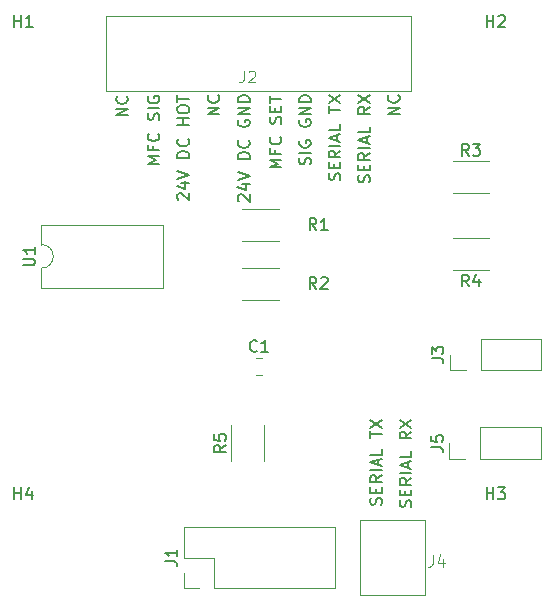
<source format=gbr>
%TF.GenerationSoftware,KiCad,Pcbnew,7.0.7*%
%TF.CreationDate,2024-02-22T12:37:55+00:00*%
%TF.ProjectId,massFlowControllerInterface_rev0,6d617373-466c-46f7-9743-6f6e74726f6c,rev?*%
%TF.SameCoordinates,Original*%
%TF.FileFunction,Legend,Top*%
%TF.FilePolarity,Positive*%
%FSLAX46Y46*%
G04 Gerber Fmt 4.6, Leading zero omitted, Abs format (unit mm)*
G04 Created by KiCad (PCBNEW 7.0.7) date 2024-02-22 12:37:55*
%MOMM*%
%LPD*%
G01*
G04 APERTURE LIST*
%ADD10C,0.150000*%
%ADD11C,0.100000*%
%ADD12C,0.120000*%
G04 APERTURE END LIST*
D10*
X36869819Y-8663220D02*
X35869819Y-8663220D01*
X35869819Y-8663220D02*
X36869819Y-8091792D01*
X36869819Y-8091792D02*
X35869819Y-8091792D01*
X36774580Y-7044173D02*
X36822200Y-7091792D01*
X36822200Y-7091792D02*
X36869819Y-7234649D01*
X36869819Y-7234649D02*
X36869819Y-7329887D01*
X36869819Y-7329887D02*
X36822200Y-7472744D01*
X36822200Y-7472744D02*
X36726961Y-7567982D01*
X36726961Y-7567982D02*
X36631723Y-7615601D01*
X36631723Y-7615601D02*
X36441247Y-7663220D01*
X36441247Y-7663220D02*
X36298390Y-7663220D01*
X36298390Y-7663220D02*
X36107914Y-7615601D01*
X36107914Y-7615601D02*
X36012676Y-7567982D01*
X36012676Y-7567982D02*
X35917438Y-7472744D01*
X35917438Y-7472744D02*
X35869819Y-7329887D01*
X35869819Y-7329887D02*
X35869819Y-7234649D01*
X35869819Y-7234649D02*
X35917438Y-7091792D01*
X35917438Y-7091792D02*
X35965057Y-7044173D01*
X21619819Y-8663220D02*
X20619819Y-8663220D01*
X20619819Y-8663220D02*
X21619819Y-8091792D01*
X21619819Y-8091792D02*
X20619819Y-8091792D01*
X21524580Y-7044173D02*
X21572200Y-7091792D01*
X21572200Y-7091792D02*
X21619819Y-7234649D01*
X21619819Y-7234649D02*
X21619819Y-7329887D01*
X21619819Y-7329887D02*
X21572200Y-7472744D01*
X21572200Y-7472744D02*
X21476961Y-7567982D01*
X21476961Y-7567982D02*
X21381723Y-7615601D01*
X21381723Y-7615601D02*
X21191247Y-7663220D01*
X21191247Y-7663220D02*
X21048390Y-7663220D01*
X21048390Y-7663220D02*
X20857914Y-7615601D01*
X20857914Y-7615601D02*
X20762676Y-7567982D01*
X20762676Y-7567982D02*
X20667438Y-7472744D01*
X20667438Y-7472744D02*
X20619819Y-7329887D01*
X20619819Y-7329887D02*
X20619819Y-7234649D01*
X20619819Y-7234649D02*
X20667438Y-7091792D01*
X20667438Y-7091792D02*
X20715057Y-7044173D01*
X34322200Y-14410839D02*
X34369819Y-14267982D01*
X34369819Y-14267982D02*
X34369819Y-14029887D01*
X34369819Y-14029887D02*
X34322200Y-13934649D01*
X34322200Y-13934649D02*
X34274580Y-13887030D01*
X34274580Y-13887030D02*
X34179342Y-13839411D01*
X34179342Y-13839411D02*
X34084104Y-13839411D01*
X34084104Y-13839411D02*
X33988866Y-13887030D01*
X33988866Y-13887030D02*
X33941247Y-13934649D01*
X33941247Y-13934649D02*
X33893628Y-14029887D01*
X33893628Y-14029887D02*
X33846009Y-14220363D01*
X33846009Y-14220363D02*
X33798390Y-14315601D01*
X33798390Y-14315601D02*
X33750771Y-14363220D01*
X33750771Y-14363220D02*
X33655533Y-14410839D01*
X33655533Y-14410839D02*
X33560295Y-14410839D01*
X33560295Y-14410839D02*
X33465057Y-14363220D01*
X33465057Y-14363220D02*
X33417438Y-14315601D01*
X33417438Y-14315601D02*
X33369819Y-14220363D01*
X33369819Y-14220363D02*
X33369819Y-13982268D01*
X33369819Y-13982268D02*
X33417438Y-13839411D01*
X33846009Y-13410839D02*
X33846009Y-13077506D01*
X34369819Y-12934649D02*
X34369819Y-13410839D01*
X34369819Y-13410839D02*
X33369819Y-13410839D01*
X33369819Y-13410839D02*
X33369819Y-12934649D01*
X34369819Y-11934649D02*
X33893628Y-12267982D01*
X34369819Y-12506077D02*
X33369819Y-12506077D01*
X33369819Y-12506077D02*
X33369819Y-12125125D01*
X33369819Y-12125125D02*
X33417438Y-12029887D01*
X33417438Y-12029887D02*
X33465057Y-11982268D01*
X33465057Y-11982268D02*
X33560295Y-11934649D01*
X33560295Y-11934649D02*
X33703152Y-11934649D01*
X33703152Y-11934649D02*
X33798390Y-11982268D01*
X33798390Y-11982268D02*
X33846009Y-12029887D01*
X33846009Y-12029887D02*
X33893628Y-12125125D01*
X33893628Y-12125125D02*
X33893628Y-12506077D01*
X34369819Y-11506077D02*
X33369819Y-11506077D01*
X34084104Y-11077506D02*
X34084104Y-10601316D01*
X34369819Y-11172744D02*
X33369819Y-10839411D01*
X33369819Y-10839411D02*
X34369819Y-10506078D01*
X34369819Y-9696554D02*
X34369819Y-10172744D01*
X34369819Y-10172744D02*
X33369819Y-10172744D01*
X34369819Y-8029887D02*
X33893628Y-8363220D01*
X34369819Y-8601315D02*
X33369819Y-8601315D01*
X33369819Y-8601315D02*
X33369819Y-8220363D01*
X33369819Y-8220363D02*
X33417438Y-8125125D01*
X33417438Y-8125125D02*
X33465057Y-8077506D01*
X33465057Y-8077506D02*
X33560295Y-8029887D01*
X33560295Y-8029887D02*
X33703152Y-8029887D01*
X33703152Y-8029887D02*
X33798390Y-8077506D01*
X33798390Y-8077506D02*
X33846009Y-8125125D01*
X33846009Y-8125125D02*
X33893628Y-8220363D01*
X33893628Y-8220363D02*
X33893628Y-8601315D01*
X33369819Y-7696553D02*
X34369819Y-7029887D01*
X33369819Y-7029887D02*
X34369819Y-7696553D01*
X37822200Y-41910839D02*
X37869819Y-41767982D01*
X37869819Y-41767982D02*
X37869819Y-41529887D01*
X37869819Y-41529887D02*
X37822200Y-41434649D01*
X37822200Y-41434649D02*
X37774580Y-41387030D01*
X37774580Y-41387030D02*
X37679342Y-41339411D01*
X37679342Y-41339411D02*
X37584104Y-41339411D01*
X37584104Y-41339411D02*
X37488866Y-41387030D01*
X37488866Y-41387030D02*
X37441247Y-41434649D01*
X37441247Y-41434649D02*
X37393628Y-41529887D01*
X37393628Y-41529887D02*
X37346009Y-41720363D01*
X37346009Y-41720363D02*
X37298390Y-41815601D01*
X37298390Y-41815601D02*
X37250771Y-41863220D01*
X37250771Y-41863220D02*
X37155533Y-41910839D01*
X37155533Y-41910839D02*
X37060295Y-41910839D01*
X37060295Y-41910839D02*
X36965057Y-41863220D01*
X36965057Y-41863220D02*
X36917438Y-41815601D01*
X36917438Y-41815601D02*
X36869819Y-41720363D01*
X36869819Y-41720363D02*
X36869819Y-41482268D01*
X36869819Y-41482268D02*
X36917438Y-41339411D01*
X37346009Y-40910839D02*
X37346009Y-40577506D01*
X37869819Y-40434649D02*
X37869819Y-40910839D01*
X37869819Y-40910839D02*
X36869819Y-40910839D01*
X36869819Y-40910839D02*
X36869819Y-40434649D01*
X37869819Y-39434649D02*
X37393628Y-39767982D01*
X37869819Y-40006077D02*
X36869819Y-40006077D01*
X36869819Y-40006077D02*
X36869819Y-39625125D01*
X36869819Y-39625125D02*
X36917438Y-39529887D01*
X36917438Y-39529887D02*
X36965057Y-39482268D01*
X36965057Y-39482268D02*
X37060295Y-39434649D01*
X37060295Y-39434649D02*
X37203152Y-39434649D01*
X37203152Y-39434649D02*
X37298390Y-39482268D01*
X37298390Y-39482268D02*
X37346009Y-39529887D01*
X37346009Y-39529887D02*
X37393628Y-39625125D01*
X37393628Y-39625125D02*
X37393628Y-40006077D01*
X37869819Y-39006077D02*
X36869819Y-39006077D01*
X37584104Y-38577506D02*
X37584104Y-38101316D01*
X37869819Y-38672744D02*
X36869819Y-38339411D01*
X36869819Y-38339411D02*
X37869819Y-38006078D01*
X37869819Y-37196554D02*
X37869819Y-37672744D01*
X37869819Y-37672744D02*
X36869819Y-37672744D01*
X37869819Y-35529887D02*
X37393628Y-35863220D01*
X37869819Y-36101315D02*
X36869819Y-36101315D01*
X36869819Y-36101315D02*
X36869819Y-35720363D01*
X36869819Y-35720363D02*
X36917438Y-35625125D01*
X36917438Y-35625125D02*
X36965057Y-35577506D01*
X36965057Y-35577506D02*
X37060295Y-35529887D01*
X37060295Y-35529887D02*
X37203152Y-35529887D01*
X37203152Y-35529887D02*
X37298390Y-35577506D01*
X37298390Y-35577506D02*
X37346009Y-35625125D01*
X37346009Y-35625125D02*
X37393628Y-35720363D01*
X37393628Y-35720363D02*
X37393628Y-36101315D01*
X36869819Y-35196553D02*
X37869819Y-34529887D01*
X36869819Y-34529887D02*
X37869819Y-35196553D01*
X18155057Y-15910839D02*
X18107438Y-15863220D01*
X18107438Y-15863220D02*
X18059819Y-15767982D01*
X18059819Y-15767982D02*
X18059819Y-15529887D01*
X18059819Y-15529887D02*
X18107438Y-15434649D01*
X18107438Y-15434649D02*
X18155057Y-15387030D01*
X18155057Y-15387030D02*
X18250295Y-15339411D01*
X18250295Y-15339411D02*
X18345533Y-15339411D01*
X18345533Y-15339411D02*
X18488390Y-15387030D01*
X18488390Y-15387030D02*
X19059819Y-15958458D01*
X19059819Y-15958458D02*
X19059819Y-15339411D01*
X18393152Y-14482268D02*
X19059819Y-14482268D01*
X18012200Y-14720363D02*
X18726485Y-14958458D01*
X18726485Y-14958458D02*
X18726485Y-14339411D01*
X18059819Y-14101315D02*
X19059819Y-13767982D01*
X19059819Y-13767982D02*
X18059819Y-13434649D01*
X19059819Y-12339410D02*
X18059819Y-12339410D01*
X18059819Y-12339410D02*
X18059819Y-12101315D01*
X18059819Y-12101315D02*
X18107438Y-11958458D01*
X18107438Y-11958458D02*
X18202676Y-11863220D01*
X18202676Y-11863220D02*
X18297914Y-11815601D01*
X18297914Y-11815601D02*
X18488390Y-11767982D01*
X18488390Y-11767982D02*
X18631247Y-11767982D01*
X18631247Y-11767982D02*
X18821723Y-11815601D01*
X18821723Y-11815601D02*
X18916961Y-11863220D01*
X18916961Y-11863220D02*
X19012200Y-11958458D01*
X19012200Y-11958458D02*
X19059819Y-12101315D01*
X19059819Y-12101315D02*
X19059819Y-12339410D01*
X18964580Y-10767982D02*
X19012200Y-10815601D01*
X19012200Y-10815601D02*
X19059819Y-10958458D01*
X19059819Y-10958458D02*
X19059819Y-11053696D01*
X19059819Y-11053696D02*
X19012200Y-11196553D01*
X19012200Y-11196553D02*
X18916961Y-11291791D01*
X18916961Y-11291791D02*
X18821723Y-11339410D01*
X18821723Y-11339410D02*
X18631247Y-11387029D01*
X18631247Y-11387029D02*
X18488390Y-11387029D01*
X18488390Y-11387029D02*
X18297914Y-11339410D01*
X18297914Y-11339410D02*
X18202676Y-11291791D01*
X18202676Y-11291791D02*
X18107438Y-11196553D01*
X18107438Y-11196553D02*
X18059819Y-11053696D01*
X18059819Y-11053696D02*
X18059819Y-10958458D01*
X18059819Y-10958458D02*
X18107438Y-10815601D01*
X18107438Y-10815601D02*
X18155057Y-10767982D01*
X19059819Y-9577505D02*
X18059819Y-9577505D01*
X18536009Y-9577505D02*
X18536009Y-9006077D01*
X19059819Y-9006077D02*
X18059819Y-9006077D01*
X18059819Y-8339410D02*
X18059819Y-8148934D01*
X18059819Y-8148934D02*
X18107438Y-8053696D01*
X18107438Y-8053696D02*
X18202676Y-7958458D01*
X18202676Y-7958458D02*
X18393152Y-7910839D01*
X18393152Y-7910839D02*
X18726485Y-7910839D01*
X18726485Y-7910839D02*
X18916961Y-7958458D01*
X18916961Y-7958458D02*
X19012200Y-8053696D01*
X19012200Y-8053696D02*
X19059819Y-8148934D01*
X19059819Y-8148934D02*
X19059819Y-8339410D01*
X19059819Y-8339410D02*
X19012200Y-8434648D01*
X19012200Y-8434648D02*
X18916961Y-8529886D01*
X18916961Y-8529886D02*
X18726485Y-8577505D01*
X18726485Y-8577505D02*
X18393152Y-8577505D01*
X18393152Y-8577505D02*
X18202676Y-8529886D01*
X18202676Y-8529886D02*
X18107438Y-8434648D01*
X18107438Y-8434648D02*
X18059819Y-8339410D01*
X18059819Y-7625124D02*
X18059819Y-7053696D01*
X19059819Y-7339410D02*
X18059819Y-7339410D01*
X31822200Y-14210839D02*
X31869819Y-14067982D01*
X31869819Y-14067982D02*
X31869819Y-13829887D01*
X31869819Y-13829887D02*
X31822200Y-13734649D01*
X31822200Y-13734649D02*
X31774580Y-13687030D01*
X31774580Y-13687030D02*
X31679342Y-13639411D01*
X31679342Y-13639411D02*
X31584104Y-13639411D01*
X31584104Y-13639411D02*
X31488866Y-13687030D01*
X31488866Y-13687030D02*
X31441247Y-13734649D01*
X31441247Y-13734649D02*
X31393628Y-13829887D01*
X31393628Y-13829887D02*
X31346009Y-14020363D01*
X31346009Y-14020363D02*
X31298390Y-14115601D01*
X31298390Y-14115601D02*
X31250771Y-14163220D01*
X31250771Y-14163220D02*
X31155533Y-14210839D01*
X31155533Y-14210839D02*
X31060295Y-14210839D01*
X31060295Y-14210839D02*
X30965057Y-14163220D01*
X30965057Y-14163220D02*
X30917438Y-14115601D01*
X30917438Y-14115601D02*
X30869819Y-14020363D01*
X30869819Y-14020363D02*
X30869819Y-13782268D01*
X30869819Y-13782268D02*
X30917438Y-13639411D01*
X31346009Y-13210839D02*
X31346009Y-12877506D01*
X31869819Y-12734649D02*
X31869819Y-13210839D01*
X31869819Y-13210839D02*
X30869819Y-13210839D01*
X30869819Y-13210839D02*
X30869819Y-12734649D01*
X31869819Y-11734649D02*
X31393628Y-12067982D01*
X31869819Y-12306077D02*
X30869819Y-12306077D01*
X30869819Y-12306077D02*
X30869819Y-11925125D01*
X30869819Y-11925125D02*
X30917438Y-11829887D01*
X30917438Y-11829887D02*
X30965057Y-11782268D01*
X30965057Y-11782268D02*
X31060295Y-11734649D01*
X31060295Y-11734649D02*
X31203152Y-11734649D01*
X31203152Y-11734649D02*
X31298390Y-11782268D01*
X31298390Y-11782268D02*
X31346009Y-11829887D01*
X31346009Y-11829887D02*
X31393628Y-11925125D01*
X31393628Y-11925125D02*
X31393628Y-12306077D01*
X31869819Y-11306077D02*
X30869819Y-11306077D01*
X31584104Y-10877506D02*
X31584104Y-10401316D01*
X31869819Y-10972744D02*
X30869819Y-10639411D01*
X30869819Y-10639411D02*
X31869819Y-10306078D01*
X31869819Y-9496554D02*
X31869819Y-9972744D01*
X31869819Y-9972744D02*
X30869819Y-9972744D01*
X30869819Y-8544172D02*
X30869819Y-7972744D01*
X31869819Y-8258458D02*
X30869819Y-8258458D01*
X30869819Y-7734648D02*
X31869819Y-7067982D01*
X30869819Y-7067982D02*
X31869819Y-7734648D01*
X26869819Y-13163220D02*
X25869819Y-13163220D01*
X25869819Y-13163220D02*
X26584104Y-12829887D01*
X26584104Y-12829887D02*
X25869819Y-12496554D01*
X25869819Y-12496554D02*
X26869819Y-12496554D01*
X26346009Y-11687030D02*
X26346009Y-12020363D01*
X26869819Y-12020363D02*
X25869819Y-12020363D01*
X25869819Y-12020363D02*
X25869819Y-11544173D01*
X26774580Y-10591792D02*
X26822200Y-10639411D01*
X26822200Y-10639411D02*
X26869819Y-10782268D01*
X26869819Y-10782268D02*
X26869819Y-10877506D01*
X26869819Y-10877506D02*
X26822200Y-11020363D01*
X26822200Y-11020363D02*
X26726961Y-11115601D01*
X26726961Y-11115601D02*
X26631723Y-11163220D01*
X26631723Y-11163220D02*
X26441247Y-11210839D01*
X26441247Y-11210839D02*
X26298390Y-11210839D01*
X26298390Y-11210839D02*
X26107914Y-11163220D01*
X26107914Y-11163220D02*
X26012676Y-11115601D01*
X26012676Y-11115601D02*
X25917438Y-11020363D01*
X25917438Y-11020363D02*
X25869819Y-10877506D01*
X25869819Y-10877506D02*
X25869819Y-10782268D01*
X25869819Y-10782268D02*
X25917438Y-10639411D01*
X25917438Y-10639411D02*
X25965057Y-10591792D01*
X26822200Y-9448934D02*
X26869819Y-9306077D01*
X26869819Y-9306077D02*
X26869819Y-9067982D01*
X26869819Y-9067982D02*
X26822200Y-8972744D01*
X26822200Y-8972744D02*
X26774580Y-8925125D01*
X26774580Y-8925125D02*
X26679342Y-8877506D01*
X26679342Y-8877506D02*
X26584104Y-8877506D01*
X26584104Y-8877506D02*
X26488866Y-8925125D01*
X26488866Y-8925125D02*
X26441247Y-8972744D01*
X26441247Y-8972744D02*
X26393628Y-9067982D01*
X26393628Y-9067982D02*
X26346009Y-9258458D01*
X26346009Y-9258458D02*
X26298390Y-9353696D01*
X26298390Y-9353696D02*
X26250771Y-9401315D01*
X26250771Y-9401315D02*
X26155533Y-9448934D01*
X26155533Y-9448934D02*
X26060295Y-9448934D01*
X26060295Y-9448934D02*
X25965057Y-9401315D01*
X25965057Y-9401315D02*
X25917438Y-9353696D01*
X25917438Y-9353696D02*
X25869819Y-9258458D01*
X25869819Y-9258458D02*
X25869819Y-9020363D01*
X25869819Y-9020363D02*
X25917438Y-8877506D01*
X26346009Y-8448934D02*
X26346009Y-8115601D01*
X26869819Y-7972744D02*
X26869819Y-8448934D01*
X26869819Y-8448934D02*
X25869819Y-8448934D01*
X25869819Y-8448934D02*
X25869819Y-7972744D01*
X25869819Y-7687029D02*
X25869819Y-7115601D01*
X26869819Y-7401315D02*
X25869819Y-7401315D01*
X35322200Y-41710839D02*
X35369819Y-41567982D01*
X35369819Y-41567982D02*
X35369819Y-41329887D01*
X35369819Y-41329887D02*
X35322200Y-41234649D01*
X35322200Y-41234649D02*
X35274580Y-41187030D01*
X35274580Y-41187030D02*
X35179342Y-41139411D01*
X35179342Y-41139411D02*
X35084104Y-41139411D01*
X35084104Y-41139411D02*
X34988866Y-41187030D01*
X34988866Y-41187030D02*
X34941247Y-41234649D01*
X34941247Y-41234649D02*
X34893628Y-41329887D01*
X34893628Y-41329887D02*
X34846009Y-41520363D01*
X34846009Y-41520363D02*
X34798390Y-41615601D01*
X34798390Y-41615601D02*
X34750771Y-41663220D01*
X34750771Y-41663220D02*
X34655533Y-41710839D01*
X34655533Y-41710839D02*
X34560295Y-41710839D01*
X34560295Y-41710839D02*
X34465057Y-41663220D01*
X34465057Y-41663220D02*
X34417438Y-41615601D01*
X34417438Y-41615601D02*
X34369819Y-41520363D01*
X34369819Y-41520363D02*
X34369819Y-41282268D01*
X34369819Y-41282268D02*
X34417438Y-41139411D01*
X34846009Y-40710839D02*
X34846009Y-40377506D01*
X35369819Y-40234649D02*
X35369819Y-40710839D01*
X35369819Y-40710839D02*
X34369819Y-40710839D01*
X34369819Y-40710839D02*
X34369819Y-40234649D01*
X35369819Y-39234649D02*
X34893628Y-39567982D01*
X35369819Y-39806077D02*
X34369819Y-39806077D01*
X34369819Y-39806077D02*
X34369819Y-39425125D01*
X34369819Y-39425125D02*
X34417438Y-39329887D01*
X34417438Y-39329887D02*
X34465057Y-39282268D01*
X34465057Y-39282268D02*
X34560295Y-39234649D01*
X34560295Y-39234649D02*
X34703152Y-39234649D01*
X34703152Y-39234649D02*
X34798390Y-39282268D01*
X34798390Y-39282268D02*
X34846009Y-39329887D01*
X34846009Y-39329887D02*
X34893628Y-39425125D01*
X34893628Y-39425125D02*
X34893628Y-39806077D01*
X35369819Y-38806077D02*
X34369819Y-38806077D01*
X35084104Y-38377506D02*
X35084104Y-37901316D01*
X35369819Y-38472744D02*
X34369819Y-38139411D01*
X34369819Y-38139411D02*
X35369819Y-37806078D01*
X35369819Y-36996554D02*
X35369819Y-37472744D01*
X35369819Y-37472744D02*
X34369819Y-37472744D01*
X34369819Y-36044172D02*
X34369819Y-35472744D01*
X35369819Y-35758458D02*
X34369819Y-35758458D01*
X34369819Y-35234648D02*
X35369819Y-34567982D01*
X34369819Y-34567982D02*
X35369819Y-35234648D01*
X29322200Y-12910839D02*
X29369819Y-12767982D01*
X29369819Y-12767982D02*
X29369819Y-12529887D01*
X29369819Y-12529887D02*
X29322200Y-12434649D01*
X29322200Y-12434649D02*
X29274580Y-12387030D01*
X29274580Y-12387030D02*
X29179342Y-12339411D01*
X29179342Y-12339411D02*
X29084104Y-12339411D01*
X29084104Y-12339411D02*
X28988866Y-12387030D01*
X28988866Y-12387030D02*
X28941247Y-12434649D01*
X28941247Y-12434649D02*
X28893628Y-12529887D01*
X28893628Y-12529887D02*
X28846009Y-12720363D01*
X28846009Y-12720363D02*
X28798390Y-12815601D01*
X28798390Y-12815601D02*
X28750771Y-12863220D01*
X28750771Y-12863220D02*
X28655533Y-12910839D01*
X28655533Y-12910839D02*
X28560295Y-12910839D01*
X28560295Y-12910839D02*
X28465057Y-12863220D01*
X28465057Y-12863220D02*
X28417438Y-12815601D01*
X28417438Y-12815601D02*
X28369819Y-12720363D01*
X28369819Y-12720363D02*
X28369819Y-12482268D01*
X28369819Y-12482268D02*
X28417438Y-12339411D01*
X29369819Y-11910839D02*
X28369819Y-11910839D01*
X28417438Y-10910840D02*
X28369819Y-11006078D01*
X28369819Y-11006078D02*
X28369819Y-11148935D01*
X28369819Y-11148935D02*
X28417438Y-11291792D01*
X28417438Y-11291792D02*
X28512676Y-11387030D01*
X28512676Y-11387030D02*
X28607914Y-11434649D01*
X28607914Y-11434649D02*
X28798390Y-11482268D01*
X28798390Y-11482268D02*
X28941247Y-11482268D01*
X28941247Y-11482268D02*
X29131723Y-11434649D01*
X29131723Y-11434649D02*
X29226961Y-11387030D01*
X29226961Y-11387030D02*
X29322200Y-11291792D01*
X29322200Y-11291792D02*
X29369819Y-11148935D01*
X29369819Y-11148935D02*
X29369819Y-11053697D01*
X29369819Y-11053697D02*
X29322200Y-10910840D01*
X29322200Y-10910840D02*
X29274580Y-10863221D01*
X29274580Y-10863221D02*
X28941247Y-10863221D01*
X28941247Y-10863221D02*
X28941247Y-11053697D01*
X28417438Y-9148935D02*
X28369819Y-9244173D01*
X28369819Y-9244173D02*
X28369819Y-9387030D01*
X28369819Y-9387030D02*
X28417438Y-9529887D01*
X28417438Y-9529887D02*
X28512676Y-9625125D01*
X28512676Y-9625125D02*
X28607914Y-9672744D01*
X28607914Y-9672744D02*
X28798390Y-9720363D01*
X28798390Y-9720363D02*
X28941247Y-9720363D01*
X28941247Y-9720363D02*
X29131723Y-9672744D01*
X29131723Y-9672744D02*
X29226961Y-9625125D01*
X29226961Y-9625125D02*
X29322200Y-9529887D01*
X29322200Y-9529887D02*
X29369819Y-9387030D01*
X29369819Y-9387030D02*
X29369819Y-9291792D01*
X29369819Y-9291792D02*
X29322200Y-9148935D01*
X29322200Y-9148935D02*
X29274580Y-9101316D01*
X29274580Y-9101316D02*
X28941247Y-9101316D01*
X28941247Y-9101316D02*
X28941247Y-9291792D01*
X29369819Y-8672744D02*
X28369819Y-8672744D01*
X28369819Y-8672744D02*
X29369819Y-8101316D01*
X29369819Y-8101316D02*
X28369819Y-8101316D01*
X29369819Y-7625125D02*
X28369819Y-7625125D01*
X28369819Y-7625125D02*
X28369819Y-7387030D01*
X28369819Y-7387030D02*
X28417438Y-7244173D01*
X28417438Y-7244173D02*
X28512676Y-7148935D01*
X28512676Y-7148935D02*
X28607914Y-7101316D01*
X28607914Y-7101316D02*
X28798390Y-7053697D01*
X28798390Y-7053697D02*
X28941247Y-7053697D01*
X28941247Y-7053697D02*
X29131723Y-7101316D01*
X29131723Y-7101316D02*
X29226961Y-7148935D01*
X29226961Y-7148935D02*
X29322200Y-7244173D01*
X29322200Y-7244173D02*
X29369819Y-7387030D01*
X29369819Y-7387030D02*
X29369819Y-7625125D01*
X23275057Y-16010839D02*
X23227438Y-15963220D01*
X23227438Y-15963220D02*
X23179819Y-15867982D01*
X23179819Y-15867982D02*
X23179819Y-15629887D01*
X23179819Y-15629887D02*
X23227438Y-15534649D01*
X23227438Y-15534649D02*
X23275057Y-15487030D01*
X23275057Y-15487030D02*
X23370295Y-15439411D01*
X23370295Y-15439411D02*
X23465533Y-15439411D01*
X23465533Y-15439411D02*
X23608390Y-15487030D01*
X23608390Y-15487030D02*
X24179819Y-16058458D01*
X24179819Y-16058458D02*
X24179819Y-15439411D01*
X23513152Y-14582268D02*
X24179819Y-14582268D01*
X23132200Y-14820363D02*
X23846485Y-15058458D01*
X23846485Y-15058458D02*
X23846485Y-14439411D01*
X23179819Y-14201315D02*
X24179819Y-13867982D01*
X24179819Y-13867982D02*
X23179819Y-13534649D01*
X24179819Y-12439410D02*
X23179819Y-12439410D01*
X23179819Y-12439410D02*
X23179819Y-12201315D01*
X23179819Y-12201315D02*
X23227438Y-12058458D01*
X23227438Y-12058458D02*
X23322676Y-11963220D01*
X23322676Y-11963220D02*
X23417914Y-11915601D01*
X23417914Y-11915601D02*
X23608390Y-11867982D01*
X23608390Y-11867982D02*
X23751247Y-11867982D01*
X23751247Y-11867982D02*
X23941723Y-11915601D01*
X23941723Y-11915601D02*
X24036961Y-11963220D01*
X24036961Y-11963220D02*
X24132200Y-12058458D01*
X24132200Y-12058458D02*
X24179819Y-12201315D01*
X24179819Y-12201315D02*
X24179819Y-12439410D01*
X24084580Y-10867982D02*
X24132200Y-10915601D01*
X24132200Y-10915601D02*
X24179819Y-11058458D01*
X24179819Y-11058458D02*
X24179819Y-11153696D01*
X24179819Y-11153696D02*
X24132200Y-11296553D01*
X24132200Y-11296553D02*
X24036961Y-11391791D01*
X24036961Y-11391791D02*
X23941723Y-11439410D01*
X23941723Y-11439410D02*
X23751247Y-11487029D01*
X23751247Y-11487029D02*
X23608390Y-11487029D01*
X23608390Y-11487029D02*
X23417914Y-11439410D01*
X23417914Y-11439410D02*
X23322676Y-11391791D01*
X23322676Y-11391791D02*
X23227438Y-11296553D01*
X23227438Y-11296553D02*
X23179819Y-11153696D01*
X23179819Y-11153696D02*
X23179819Y-11058458D01*
X23179819Y-11058458D02*
X23227438Y-10915601D01*
X23227438Y-10915601D02*
X23275057Y-10867982D01*
X23227438Y-9153696D02*
X23179819Y-9248934D01*
X23179819Y-9248934D02*
X23179819Y-9391791D01*
X23179819Y-9391791D02*
X23227438Y-9534648D01*
X23227438Y-9534648D02*
X23322676Y-9629886D01*
X23322676Y-9629886D02*
X23417914Y-9677505D01*
X23417914Y-9677505D02*
X23608390Y-9725124D01*
X23608390Y-9725124D02*
X23751247Y-9725124D01*
X23751247Y-9725124D02*
X23941723Y-9677505D01*
X23941723Y-9677505D02*
X24036961Y-9629886D01*
X24036961Y-9629886D02*
X24132200Y-9534648D01*
X24132200Y-9534648D02*
X24179819Y-9391791D01*
X24179819Y-9391791D02*
X24179819Y-9296553D01*
X24179819Y-9296553D02*
X24132200Y-9153696D01*
X24132200Y-9153696D02*
X24084580Y-9106077D01*
X24084580Y-9106077D02*
X23751247Y-9106077D01*
X23751247Y-9106077D02*
X23751247Y-9296553D01*
X24179819Y-8677505D02*
X23179819Y-8677505D01*
X23179819Y-8677505D02*
X24179819Y-8106077D01*
X24179819Y-8106077D02*
X23179819Y-8106077D01*
X24179819Y-7629886D02*
X23179819Y-7629886D01*
X23179819Y-7629886D02*
X23179819Y-7391791D01*
X23179819Y-7391791D02*
X23227438Y-7248934D01*
X23227438Y-7248934D02*
X23322676Y-7153696D01*
X23322676Y-7153696D02*
X23417914Y-7106077D01*
X23417914Y-7106077D02*
X23608390Y-7058458D01*
X23608390Y-7058458D02*
X23751247Y-7058458D01*
X23751247Y-7058458D02*
X23941723Y-7106077D01*
X23941723Y-7106077D02*
X24036961Y-7153696D01*
X24036961Y-7153696D02*
X24132200Y-7248934D01*
X24132200Y-7248934D02*
X24179819Y-7391791D01*
X24179819Y-7391791D02*
X24179819Y-7629886D01*
X13869819Y-8763220D02*
X12869819Y-8763220D01*
X12869819Y-8763220D02*
X13869819Y-8191792D01*
X13869819Y-8191792D02*
X12869819Y-8191792D01*
X13774580Y-7144173D02*
X13822200Y-7191792D01*
X13822200Y-7191792D02*
X13869819Y-7334649D01*
X13869819Y-7334649D02*
X13869819Y-7429887D01*
X13869819Y-7429887D02*
X13822200Y-7572744D01*
X13822200Y-7572744D02*
X13726961Y-7667982D01*
X13726961Y-7667982D02*
X13631723Y-7715601D01*
X13631723Y-7715601D02*
X13441247Y-7763220D01*
X13441247Y-7763220D02*
X13298390Y-7763220D01*
X13298390Y-7763220D02*
X13107914Y-7715601D01*
X13107914Y-7715601D02*
X13012676Y-7667982D01*
X13012676Y-7667982D02*
X12917438Y-7572744D01*
X12917438Y-7572744D02*
X12869819Y-7429887D01*
X12869819Y-7429887D02*
X12869819Y-7334649D01*
X12869819Y-7334649D02*
X12917438Y-7191792D01*
X12917438Y-7191792D02*
X12965057Y-7144173D01*
X16539819Y-12863220D02*
X15539819Y-12863220D01*
X15539819Y-12863220D02*
X16254104Y-12529887D01*
X16254104Y-12529887D02*
X15539819Y-12196554D01*
X15539819Y-12196554D02*
X16539819Y-12196554D01*
X16016009Y-11387030D02*
X16016009Y-11720363D01*
X16539819Y-11720363D02*
X15539819Y-11720363D01*
X15539819Y-11720363D02*
X15539819Y-11244173D01*
X16444580Y-10291792D02*
X16492200Y-10339411D01*
X16492200Y-10339411D02*
X16539819Y-10482268D01*
X16539819Y-10482268D02*
X16539819Y-10577506D01*
X16539819Y-10577506D02*
X16492200Y-10720363D01*
X16492200Y-10720363D02*
X16396961Y-10815601D01*
X16396961Y-10815601D02*
X16301723Y-10863220D01*
X16301723Y-10863220D02*
X16111247Y-10910839D01*
X16111247Y-10910839D02*
X15968390Y-10910839D01*
X15968390Y-10910839D02*
X15777914Y-10863220D01*
X15777914Y-10863220D02*
X15682676Y-10815601D01*
X15682676Y-10815601D02*
X15587438Y-10720363D01*
X15587438Y-10720363D02*
X15539819Y-10577506D01*
X15539819Y-10577506D02*
X15539819Y-10482268D01*
X15539819Y-10482268D02*
X15587438Y-10339411D01*
X15587438Y-10339411D02*
X15635057Y-10291792D01*
X16492200Y-9148934D02*
X16539819Y-9006077D01*
X16539819Y-9006077D02*
X16539819Y-8767982D01*
X16539819Y-8767982D02*
X16492200Y-8672744D01*
X16492200Y-8672744D02*
X16444580Y-8625125D01*
X16444580Y-8625125D02*
X16349342Y-8577506D01*
X16349342Y-8577506D02*
X16254104Y-8577506D01*
X16254104Y-8577506D02*
X16158866Y-8625125D01*
X16158866Y-8625125D02*
X16111247Y-8672744D01*
X16111247Y-8672744D02*
X16063628Y-8767982D01*
X16063628Y-8767982D02*
X16016009Y-8958458D01*
X16016009Y-8958458D02*
X15968390Y-9053696D01*
X15968390Y-9053696D02*
X15920771Y-9101315D01*
X15920771Y-9101315D02*
X15825533Y-9148934D01*
X15825533Y-9148934D02*
X15730295Y-9148934D01*
X15730295Y-9148934D02*
X15635057Y-9101315D01*
X15635057Y-9101315D02*
X15587438Y-9053696D01*
X15587438Y-9053696D02*
X15539819Y-8958458D01*
X15539819Y-8958458D02*
X15539819Y-8720363D01*
X15539819Y-8720363D02*
X15587438Y-8577506D01*
X16539819Y-8148934D02*
X15539819Y-8148934D01*
X15587438Y-7148935D02*
X15539819Y-7244173D01*
X15539819Y-7244173D02*
X15539819Y-7387030D01*
X15539819Y-7387030D02*
X15587438Y-7529887D01*
X15587438Y-7529887D02*
X15682676Y-7625125D01*
X15682676Y-7625125D02*
X15777914Y-7672744D01*
X15777914Y-7672744D02*
X15968390Y-7720363D01*
X15968390Y-7720363D02*
X16111247Y-7720363D01*
X16111247Y-7720363D02*
X16301723Y-7672744D01*
X16301723Y-7672744D02*
X16396961Y-7625125D01*
X16396961Y-7625125D02*
X16492200Y-7529887D01*
X16492200Y-7529887D02*
X16539819Y-7387030D01*
X16539819Y-7387030D02*
X16539819Y-7291792D01*
X16539819Y-7291792D02*
X16492200Y-7148935D01*
X16492200Y-7148935D02*
X16444580Y-7101316D01*
X16444580Y-7101316D02*
X16111247Y-7101316D01*
X16111247Y-7101316D02*
X16111247Y-7291792D01*
D11*
X23666666Y-4957419D02*
X23666666Y-5671704D01*
X23666666Y-5671704D02*
X23619047Y-5814561D01*
X23619047Y-5814561D02*
X23523809Y-5909800D01*
X23523809Y-5909800D02*
X23380952Y-5957419D01*
X23380952Y-5957419D02*
X23285714Y-5957419D01*
X24095238Y-5052657D02*
X24142857Y-5005038D01*
X24142857Y-5005038D02*
X24238095Y-4957419D01*
X24238095Y-4957419D02*
X24476190Y-4957419D01*
X24476190Y-4957419D02*
X24571428Y-5005038D01*
X24571428Y-5005038D02*
X24619047Y-5052657D01*
X24619047Y-5052657D02*
X24666666Y-5147895D01*
X24666666Y-5147895D02*
X24666666Y-5243133D01*
X24666666Y-5243133D02*
X24619047Y-5385990D01*
X24619047Y-5385990D02*
X24047619Y-5957419D01*
X24047619Y-5957419D02*
X24666666Y-5957419D01*
X39666666Y-45957419D02*
X39666666Y-46671704D01*
X39666666Y-46671704D02*
X39619047Y-46814561D01*
X39619047Y-46814561D02*
X39523809Y-46909800D01*
X39523809Y-46909800D02*
X39380952Y-46957419D01*
X39380952Y-46957419D02*
X39285714Y-46957419D01*
X40571428Y-46290752D02*
X40571428Y-46957419D01*
X40333333Y-45909800D02*
X40095238Y-46624085D01*
X40095238Y-46624085D02*
X40714285Y-46624085D01*
D10*
X42733333Y-12174819D02*
X42400000Y-11698628D01*
X42161905Y-12174819D02*
X42161905Y-11174819D01*
X42161905Y-11174819D02*
X42542857Y-11174819D01*
X42542857Y-11174819D02*
X42638095Y-11222438D01*
X42638095Y-11222438D02*
X42685714Y-11270057D01*
X42685714Y-11270057D02*
X42733333Y-11365295D01*
X42733333Y-11365295D02*
X42733333Y-11508152D01*
X42733333Y-11508152D02*
X42685714Y-11603390D01*
X42685714Y-11603390D02*
X42638095Y-11651009D01*
X42638095Y-11651009D02*
X42542857Y-11698628D01*
X42542857Y-11698628D02*
X42161905Y-11698628D01*
X43066667Y-11174819D02*
X43685714Y-11174819D01*
X43685714Y-11174819D02*
X43352381Y-11555771D01*
X43352381Y-11555771D02*
X43495238Y-11555771D01*
X43495238Y-11555771D02*
X43590476Y-11603390D01*
X43590476Y-11603390D02*
X43638095Y-11651009D01*
X43638095Y-11651009D02*
X43685714Y-11746247D01*
X43685714Y-11746247D02*
X43685714Y-11984342D01*
X43685714Y-11984342D02*
X43638095Y-12079580D01*
X43638095Y-12079580D02*
X43590476Y-12127200D01*
X43590476Y-12127200D02*
X43495238Y-12174819D01*
X43495238Y-12174819D02*
X43209524Y-12174819D01*
X43209524Y-12174819D02*
X43114286Y-12127200D01*
X43114286Y-12127200D02*
X43066667Y-12079580D01*
X5004819Y-21451904D02*
X5814342Y-21451904D01*
X5814342Y-21451904D02*
X5909580Y-21404285D01*
X5909580Y-21404285D02*
X5957200Y-21356666D01*
X5957200Y-21356666D02*
X6004819Y-21261428D01*
X6004819Y-21261428D02*
X6004819Y-21070952D01*
X6004819Y-21070952D02*
X5957200Y-20975714D01*
X5957200Y-20975714D02*
X5909580Y-20928095D01*
X5909580Y-20928095D02*
X5814342Y-20880476D01*
X5814342Y-20880476D02*
X5004819Y-20880476D01*
X6004819Y-19880476D02*
X6004819Y-20451904D01*
X6004819Y-20166190D02*
X5004819Y-20166190D01*
X5004819Y-20166190D02*
X5147676Y-20261428D01*
X5147676Y-20261428D02*
X5242914Y-20356666D01*
X5242914Y-20356666D02*
X5290533Y-20451904D01*
X17044819Y-46523333D02*
X17759104Y-46523333D01*
X17759104Y-46523333D02*
X17901961Y-46570952D01*
X17901961Y-46570952D02*
X17997200Y-46666190D01*
X17997200Y-46666190D02*
X18044819Y-46809047D01*
X18044819Y-46809047D02*
X18044819Y-46904285D01*
X18044819Y-45523333D02*
X18044819Y-46094761D01*
X18044819Y-45809047D02*
X17044819Y-45809047D01*
X17044819Y-45809047D02*
X17187676Y-45904285D01*
X17187676Y-45904285D02*
X17282914Y-45999523D01*
X17282914Y-45999523D02*
X17330533Y-46094761D01*
X4238095Y-41254819D02*
X4238095Y-40254819D01*
X4238095Y-40731009D02*
X4809523Y-40731009D01*
X4809523Y-41254819D02*
X4809523Y-40254819D01*
X5714285Y-40588152D02*
X5714285Y-41254819D01*
X5476190Y-40207200D02*
X5238095Y-40921485D01*
X5238095Y-40921485D02*
X5857142Y-40921485D01*
X39584819Y-29333333D02*
X40299104Y-29333333D01*
X40299104Y-29333333D02*
X40441961Y-29380952D01*
X40441961Y-29380952D02*
X40537200Y-29476190D01*
X40537200Y-29476190D02*
X40584819Y-29619047D01*
X40584819Y-29619047D02*
X40584819Y-29714285D01*
X39584819Y-28952380D02*
X39584819Y-28333333D01*
X39584819Y-28333333D02*
X39965771Y-28666666D01*
X39965771Y-28666666D02*
X39965771Y-28523809D01*
X39965771Y-28523809D02*
X40013390Y-28428571D01*
X40013390Y-28428571D02*
X40061009Y-28380952D01*
X40061009Y-28380952D02*
X40156247Y-28333333D01*
X40156247Y-28333333D02*
X40394342Y-28333333D01*
X40394342Y-28333333D02*
X40489580Y-28380952D01*
X40489580Y-28380952D02*
X40537200Y-28428571D01*
X40537200Y-28428571D02*
X40584819Y-28523809D01*
X40584819Y-28523809D02*
X40584819Y-28809523D01*
X40584819Y-28809523D02*
X40537200Y-28904761D01*
X40537200Y-28904761D02*
X40489580Y-28952380D01*
X29833333Y-18454819D02*
X29500000Y-17978628D01*
X29261905Y-18454819D02*
X29261905Y-17454819D01*
X29261905Y-17454819D02*
X29642857Y-17454819D01*
X29642857Y-17454819D02*
X29738095Y-17502438D01*
X29738095Y-17502438D02*
X29785714Y-17550057D01*
X29785714Y-17550057D02*
X29833333Y-17645295D01*
X29833333Y-17645295D02*
X29833333Y-17788152D01*
X29833333Y-17788152D02*
X29785714Y-17883390D01*
X29785714Y-17883390D02*
X29738095Y-17931009D01*
X29738095Y-17931009D02*
X29642857Y-17978628D01*
X29642857Y-17978628D02*
X29261905Y-17978628D01*
X30785714Y-18454819D02*
X30214286Y-18454819D01*
X30500000Y-18454819D02*
X30500000Y-17454819D01*
X30500000Y-17454819D02*
X30404762Y-17597676D01*
X30404762Y-17597676D02*
X30309524Y-17692914D01*
X30309524Y-17692914D02*
X30214286Y-17740533D01*
X29833333Y-23454819D02*
X29500000Y-22978628D01*
X29261905Y-23454819D02*
X29261905Y-22454819D01*
X29261905Y-22454819D02*
X29642857Y-22454819D01*
X29642857Y-22454819D02*
X29738095Y-22502438D01*
X29738095Y-22502438D02*
X29785714Y-22550057D01*
X29785714Y-22550057D02*
X29833333Y-22645295D01*
X29833333Y-22645295D02*
X29833333Y-22788152D01*
X29833333Y-22788152D02*
X29785714Y-22883390D01*
X29785714Y-22883390D02*
X29738095Y-22931009D01*
X29738095Y-22931009D02*
X29642857Y-22978628D01*
X29642857Y-22978628D02*
X29261905Y-22978628D01*
X30214286Y-22550057D02*
X30261905Y-22502438D01*
X30261905Y-22502438D02*
X30357143Y-22454819D01*
X30357143Y-22454819D02*
X30595238Y-22454819D01*
X30595238Y-22454819D02*
X30690476Y-22502438D01*
X30690476Y-22502438D02*
X30738095Y-22550057D01*
X30738095Y-22550057D02*
X30785714Y-22645295D01*
X30785714Y-22645295D02*
X30785714Y-22740533D01*
X30785714Y-22740533D02*
X30738095Y-22883390D01*
X30738095Y-22883390D02*
X30166667Y-23454819D01*
X30166667Y-23454819D02*
X30785714Y-23454819D01*
X42733333Y-23234819D02*
X42400000Y-22758628D01*
X42161905Y-23234819D02*
X42161905Y-22234819D01*
X42161905Y-22234819D02*
X42542857Y-22234819D01*
X42542857Y-22234819D02*
X42638095Y-22282438D01*
X42638095Y-22282438D02*
X42685714Y-22330057D01*
X42685714Y-22330057D02*
X42733333Y-22425295D01*
X42733333Y-22425295D02*
X42733333Y-22568152D01*
X42733333Y-22568152D02*
X42685714Y-22663390D01*
X42685714Y-22663390D02*
X42638095Y-22711009D01*
X42638095Y-22711009D02*
X42542857Y-22758628D01*
X42542857Y-22758628D02*
X42161905Y-22758628D01*
X43590476Y-22568152D02*
X43590476Y-23234819D01*
X43352381Y-22187200D02*
X43114286Y-22901485D01*
X43114286Y-22901485D02*
X43733333Y-22901485D01*
X24795833Y-28679580D02*
X24748214Y-28727200D01*
X24748214Y-28727200D02*
X24605357Y-28774819D01*
X24605357Y-28774819D02*
X24510119Y-28774819D01*
X24510119Y-28774819D02*
X24367262Y-28727200D01*
X24367262Y-28727200D02*
X24272024Y-28631961D01*
X24272024Y-28631961D02*
X24224405Y-28536723D01*
X24224405Y-28536723D02*
X24176786Y-28346247D01*
X24176786Y-28346247D02*
X24176786Y-28203390D01*
X24176786Y-28203390D02*
X24224405Y-28012914D01*
X24224405Y-28012914D02*
X24272024Y-27917676D01*
X24272024Y-27917676D02*
X24367262Y-27822438D01*
X24367262Y-27822438D02*
X24510119Y-27774819D01*
X24510119Y-27774819D02*
X24605357Y-27774819D01*
X24605357Y-27774819D02*
X24748214Y-27822438D01*
X24748214Y-27822438D02*
X24795833Y-27870057D01*
X25748214Y-28774819D02*
X25176786Y-28774819D01*
X25462500Y-28774819D02*
X25462500Y-27774819D01*
X25462500Y-27774819D02*
X25367262Y-27917676D01*
X25367262Y-27917676D02*
X25272024Y-28012914D01*
X25272024Y-28012914D02*
X25176786Y-28060533D01*
X4238095Y-1254819D02*
X4238095Y-254819D01*
X4238095Y-731009D02*
X4809523Y-731009D01*
X4809523Y-1254819D02*
X4809523Y-254819D01*
X5809523Y-1254819D02*
X5238095Y-1254819D01*
X5523809Y-1254819D02*
X5523809Y-254819D01*
X5523809Y-254819D02*
X5428571Y-397676D01*
X5428571Y-397676D02*
X5333333Y-492914D01*
X5333333Y-492914D02*
X5238095Y-540533D01*
X22174819Y-36666666D02*
X21698628Y-36999999D01*
X22174819Y-37238094D02*
X21174819Y-37238094D01*
X21174819Y-37238094D02*
X21174819Y-36857142D01*
X21174819Y-36857142D02*
X21222438Y-36761904D01*
X21222438Y-36761904D02*
X21270057Y-36714285D01*
X21270057Y-36714285D02*
X21365295Y-36666666D01*
X21365295Y-36666666D02*
X21508152Y-36666666D01*
X21508152Y-36666666D02*
X21603390Y-36714285D01*
X21603390Y-36714285D02*
X21651009Y-36761904D01*
X21651009Y-36761904D02*
X21698628Y-36857142D01*
X21698628Y-36857142D02*
X21698628Y-37238094D01*
X21174819Y-35761904D02*
X21174819Y-36238094D01*
X21174819Y-36238094D02*
X21651009Y-36285713D01*
X21651009Y-36285713D02*
X21603390Y-36238094D01*
X21603390Y-36238094D02*
X21555771Y-36142856D01*
X21555771Y-36142856D02*
X21555771Y-35904761D01*
X21555771Y-35904761D02*
X21603390Y-35809523D01*
X21603390Y-35809523D02*
X21651009Y-35761904D01*
X21651009Y-35761904D02*
X21746247Y-35714285D01*
X21746247Y-35714285D02*
X21984342Y-35714285D01*
X21984342Y-35714285D02*
X22079580Y-35761904D01*
X22079580Y-35761904D02*
X22127200Y-35809523D01*
X22127200Y-35809523D02*
X22174819Y-35904761D01*
X22174819Y-35904761D02*
X22174819Y-36142856D01*
X22174819Y-36142856D02*
X22127200Y-36238094D01*
X22127200Y-36238094D02*
X22079580Y-36285713D01*
X44238095Y-1254819D02*
X44238095Y-254819D01*
X44238095Y-731009D02*
X44809523Y-731009D01*
X44809523Y-1254819D02*
X44809523Y-254819D01*
X45238095Y-350057D02*
X45285714Y-302438D01*
X45285714Y-302438D02*
X45380952Y-254819D01*
X45380952Y-254819D02*
X45619047Y-254819D01*
X45619047Y-254819D02*
X45714285Y-302438D01*
X45714285Y-302438D02*
X45761904Y-350057D01*
X45761904Y-350057D02*
X45809523Y-445295D01*
X45809523Y-445295D02*
X45809523Y-540533D01*
X45809523Y-540533D02*
X45761904Y-683390D01*
X45761904Y-683390D02*
X45190476Y-1254819D01*
X45190476Y-1254819D02*
X45809523Y-1254819D01*
X39544819Y-36833333D02*
X40259104Y-36833333D01*
X40259104Y-36833333D02*
X40401961Y-36880952D01*
X40401961Y-36880952D02*
X40497200Y-36976190D01*
X40497200Y-36976190D02*
X40544819Y-37119047D01*
X40544819Y-37119047D02*
X40544819Y-37214285D01*
X39544819Y-35880952D02*
X39544819Y-36357142D01*
X39544819Y-36357142D02*
X40021009Y-36404761D01*
X40021009Y-36404761D02*
X39973390Y-36357142D01*
X39973390Y-36357142D02*
X39925771Y-36261904D01*
X39925771Y-36261904D02*
X39925771Y-36023809D01*
X39925771Y-36023809D02*
X39973390Y-35928571D01*
X39973390Y-35928571D02*
X40021009Y-35880952D01*
X40021009Y-35880952D02*
X40116247Y-35833333D01*
X40116247Y-35833333D02*
X40354342Y-35833333D01*
X40354342Y-35833333D02*
X40449580Y-35880952D01*
X40449580Y-35880952D02*
X40497200Y-35928571D01*
X40497200Y-35928571D02*
X40544819Y-36023809D01*
X40544819Y-36023809D02*
X40544819Y-36261904D01*
X40544819Y-36261904D02*
X40497200Y-36357142D01*
X40497200Y-36357142D02*
X40449580Y-36404761D01*
X44238095Y-41254819D02*
X44238095Y-40254819D01*
X44238095Y-40731009D02*
X44809523Y-40731009D01*
X44809523Y-41254819D02*
X44809523Y-40254819D01*
X45190476Y-40254819D02*
X45809523Y-40254819D01*
X45809523Y-40254819D02*
X45476190Y-40635771D01*
X45476190Y-40635771D02*
X45619047Y-40635771D01*
X45619047Y-40635771D02*
X45714285Y-40683390D01*
X45714285Y-40683390D02*
X45761904Y-40731009D01*
X45761904Y-40731009D02*
X45809523Y-40826247D01*
X45809523Y-40826247D02*
X45809523Y-41064342D01*
X45809523Y-41064342D02*
X45761904Y-41159580D01*
X45761904Y-41159580D02*
X45714285Y-41207200D01*
X45714285Y-41207200D02*
X45619047Y-41254819D01*
X45619047Y-41254819D02*
X45333333Y-41254819D01*
X45333333Y-41254819D02*
X45238095Y-41207200D01*
X45238095Y-41207200D02*
X45190476Y-41159580D01*
D11*
%TO.C,J2*%
X12000000Y-360000D02*
X37880000Y-360000D01*
X37880000Y-360000D02*
X37880000Y-6660000D01*
X37880000Y-6660000D02*
X12000000Y-6660000D01*
X12000000Y-6660000D02*
X12000000Y-360000D01*
%TO.C,J4*%
X33490000Y-43050000D02*
X39050000Y-43050000D01*
X39050000Y-43050000D02*
X39050000Y-49350000D01*
X39050000Y-49350000D02*
X33490000Y-49350000D01*
X33490000Y-49350000D02*
X33490000Y-43050000D01*
D12*
%TO.C,R3*%
X41372936Y-12640000D02*
X44427064Y-12640000D01*
X41372936Y-15360000D02*
X44427064Y-15360000D01*
%TO.C,U1*%
X6550000Y-23340000D02*
X16830000Y-23340000D01*
X16830000Y-23340000D02*
X16830000Y-18040000D01*
X6550000Y-21690000D02*
X6550000Y-23340000D01*
X6550000Y-18040000D02*
X6550000Y-19690000D01*
X16830000Y-18040000D02*
X6550000Y-18040000D01*
X6550000Y-21690000D02*
G75*
G03*
X6550000Y-19690000I0J1000000D01*
G01*
%TO.C,J1*%
X18590000Y-48790000D02*
X18590000Y-47460000D01*
X19920000Y-48790000D02*
X18590000Y-48790000D01*
X21190000Y-48790000D02*
X31410000Y-48790000D01*
X21190000Y-48790000D02*
X21190000Y-46190000D01*
X31410000Y-48790000D02*
X31410000Y-43590000D01*
X18590000Y-46190000D02*
X18590000Y-43590000D01*
X21190000Y-46190000D02*
X18590000Y-46190000D01*
X18590000Y-43590000D02*
X31410000Y-43590000D01*
%TO.C,J3*%
X41130000Y-30330000D02*
X41130000Y-29000000D01*
X42460000Y-30330000D02*
X41130000Y-30330000D01*
X43730000Y-30330000D02*
X48870000Y-30330000D01*
X43730000Y-30330000D02*
X43730000Y-27670000D01*
X48870000Y-30330000D02*
X48870000Y-27670000D01*
X43730000Y-27670000D02*
X48870000Y-27670000D01*
%TO.C,R1*%
X23572936Y-16640000D02*
X26627064Y-16640000D01*
X23572936Y-19360000D02*
X26627064Y-19360000D01*
%TO.C,R2*%
X23572936Y-21640000D02*
X26627064Y-21640000D01*
X23572936Y-24360000D02*
X26627064Y-24360000D01*
%TO.C,R4*%
X44427064Y-21860000D02*
X41372936Y-21860000D01*
X44427064Y-19140000D02*
X41372936Y-19140000D01*
%TO.C,C1*%
X24701248Y-29265000D02*
X25223752Y-29265000D01*
X24701248Y-30735000D02*
X25223752Y-30735000D01*
%TO.C,R5*%
X22640000Y-38027064D02*
X22640000Y-34972936D01*
X25360000Y-38027064D02*
X25360000Y-34972936D01*
%TO.C,J5*%
X41090000Y-37830000D02*
X41090000Y-36500000D01*
X42420000Y-37830000D02*
X41090000Y-37830000D01*
X43690000Y-37830000D02*
X48830000Y-37830000D01*
X43690000Y-37830000D02*
X43690000Y-35170000D01*
X48830000Y-37830000D02*
X48830000Y-35170000D01*
X43690000Y-35170000D02*
X48830000Y-35170000D01*
%TD*%
M02*

</source>
